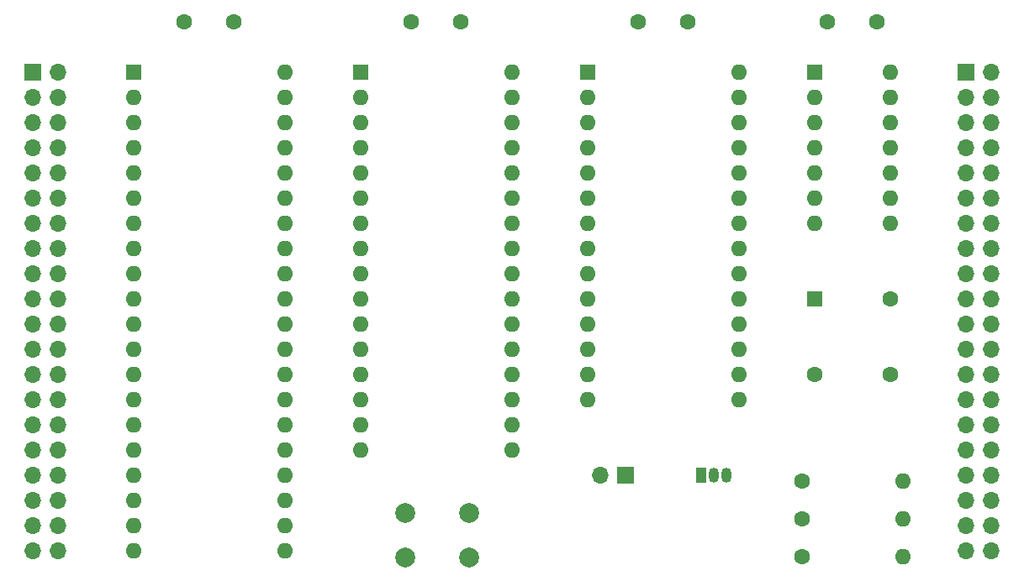
<source format=gbr>
%TF.GenerationSoftware,KiCad,Pcbnew,5.1.9-73d0e3b20d~88~ubuntu20.04.1*%
%TF.CreationDate,2021-01-16T15:58:39+00:00*%
%TF.ProjectId,main-board,6d61696e-2d62-46f6-9172-642e6b696361,rev?*%
%TF.SameCoordinates,Original*%
%TF.FileFunction,Soldermask,Top*%
%TF.FilePolarity,Negative*%
%FSLAX46Y46*%
G04 Gerber Fmt 4.6, Leading zero omitted, Abs format (unit mm)*
G04 Created by KiCad (PCBNEW 5.1.9-73d0e3b20d~88~ubuntu20.04.1) date 2021-01-16 15:58:39*
%MOMM*%
%LPD*%
G01*
G04 APERTURE LIST*
%ADD10O,1.600000X1.600000*%
%ADD11R,1.600000X1.600000*%
%ADD12C,1.600000*%
%ADD13O,1.700000X1.700000*%
%ADD14R,1.700000X1.700000*%
%ADD15R,1.050000X1.500000*%
%ADD16O,1.050000X1.500000*%
%ADD17C,2.000000*%
G04 APERTURE END LIST*
D10*
%TO.C,U3*%
X142240000Y-34290000D03*
X127000000Y-67310000D03*
X142240000Y-36830000D03*
X127000000Y-64770000D03*
X142240000Y-39370000D03*
X127000000Y-62230000D03*
X142240000Y-41910000D03*
X127000000Y-59690000D03*
X142240000Y-44450000D03*
X127000000Y-57150000D03*
X142240000Y-46990000D03*
X127000000Y-54610000D03*
X142240000Y-49530000D03*
X127000000Y-52070000D03*
X142240000Y-52070000D03*
X127000000Y-49530000D03*
X142240000Y-54610000D03*
X127000000Y-46990000D03*
X142240000Y-57150000D03*
X127000000Y-44450000D03*
X142240000Y-59690000D03*
X127000000Y-41910000D03*
X142240000Y-62230000D03*
X127000000Y-39370000D03*
X142240000Y-64770000D03*
X127000000Y-36830000D03*
X142240000Y-67310000D03*
D11*
X127000000Y-34290000D03*
%TD*%
D10*
%TO.C,U2*%
X119380000Y-34290000D03*
X104140000Y-72390000D03*
X119380000Y-36830000D03*
X104140000Y-69850000D03*
X119380000Y-39370000D03*
X104140000Y-67310000D03*
X119380000Y-41910000D03*
X104140000Y-64770000D03*
X119380000Y-44450000D03*
X104140000Y-62230000D03*
X119380000Y-46990000D03*
X104140000Y-59690000D03*
X119380000Y-49530000D03*
X104140000Y-57150000D03*
X119380000Y-52070000D03*
X104140000Y-54610000D03*
X119380000Y-54610000D03*
X104140000Y-52070000D03*
X119380000Y-57150000D03*
X104140000Y-49530000D03*
X119380000Y-59690000D03*
X104140000Y-46990000D03*
X119380000Y-62230000D03*
X104140000Y-44450000D03*
X119380000Y-64770000D03*
X104140000Y-41910000D03*
X119380000Y-67310000D03*
X104140000Y-39370000D03*
X119380000Y-69850000D03*
X104140000Y-36830000D03*
X119380000Y-72390000D03*
D11*
X104140000Y-34290000D03*
%TD*%
D10*
%TO.C,U4*%
X157480000Y-34290000D03*
X149860000Y-49530000D03*
X157480000Y-36830000D03*
X149860000Y-46990000D03*
X157480000Y-39370000D03*
X149860000Y-44450000D03*
X157480000Y-41910000D03*
X149860000Y-41910000D03*
X157480000Y-44450000D03*
X149860000Y-39370000D03*
X157480000Y-46990000D03*
X149860000Y-36830000D03*
X157480000Y-49530000D03*
D11*
X149860000Y-34290000D03*
%TD*%
D10*
%TO.C,R3*%
X158750000Y-83185000D03*
D12*
X148590000Y-83185000D03*
%TD*%
D10*
%TO.C,R1*%
X158750000Y-75565000D03*
D12*
X148590000Y-75565000D03*
%TD*%
%TO.C,C4*%
X156130000Y-29210000D03*
X151130000Y-29210000D03*
%TD*%
%TO.C,C3*%
X137080000Y-29210000D03*
X132080000Y-29210000D03*
%TD*%
%TO.C,C2*%
X114220000Y-29210000D03*
X109220000Y-29210000D03*
%TD*%
%TO.C,C1*%
X91360000Y-29210000D03*
X86360000Y-29210000D03*
%TD*%
D13*
%TO.C,J2*%
X167640000Y-82550000D03*
X165100000Y-82550000D03*
X167640000Y-80010000D03*
X165100000Y-80010000D03*
X167640000Y-77470000D03*
X165100000Y-77470000D03*
X167640000Y-74930000D03*
X165100000Y-74930000D03*
X167640000Y-72390000D03*
X165100000Y-72390000D03*
X167640000Y-69850000D03*
X165100000Y-69850000D03*
X167640000Y-67310000D03*
X165100000Y-67310000D03*
X167640000Y-64770000D03*
X165100000Y-64770000D03*
X167640000Y-62230000D03*
X165100000Y-62230000D03*
X167640000Y-59690000D03*
X165100000Y-59690000D03*
X167640000Y-57150000D03*
X165100000Y-57150000D03*
X167640000Y-54610000D03*
X165100000Y-54610000D03*
X167640000Y-52070000D03*
X165100000Y-52070000D03*
X167640000Y-49530000D03*
X165100000Y-49530000D03*
X167640000Y-46990000D03*
X165100000Y-46990000D03*
X167640000Y-44450000D03*
X165100000Y-44450000D03*
X167640000Y-41910000D03*
X165100000Y-41910000D03*
X167640000Y-39370000D03*
X165100000Y-39370000D03*
X167640000Y-36830000D03*
X165100000Y-36830000D03*
X167640000Y-34290000D03*
D14*
X165100000Y-34290000D03*
%TD*%
D12*
%TO.C,X1*%
X149860000Y-64770000D03*
X157480000Y-64770000D03*
X157480000Y-57150000D03*
D11*
X149860000Y-57150000D03*
%TD*%
D15*
%TO.C,U6*%
X138430000Y-74930000D03*
D16*
X140970000Y-74930000D03*
X139700000Y-74930000D03*
%TD*%
D17*
%TO.C,SW1*%
X115085000Y-78740000D03*
X115085000Y-83240000D03*
X108585000Y-78740000D03*
X108585000Y-83240000D03*
%TD*%
D10*
%TO.C,R2*%
X158750000Y-79375000D03*
D12*
X148590000Y-79375000D03*
%TD*%
D14*
%TO.C,JP1*%
X130810000Y-74930000D03*
D13*
X128270000Y-74930000D03*
%TD*%
D10*
%TO.C,U1*%
X96520000Y-34290000D03*
X81280000Y-82550000D03*
X96520000Y-36830000D03*
X81280000Y-80010000D03*
X96520000Y-39370000D03*
X81280000Y-77470000D03*
X96520000Y-41910000D03*
X81280000Y-74930000D03*
X96520000Y-44450000D03*
X81280000Y-72390000D03*
X96520000Y-46990000D03*
X81280000Y-69850000D03*
X96520000Y-49530000D03*
X81280000Y-67310000D03*
X96520000Y-52070000D03*
X81280000Y-64770000D03*
X96520000Y-54610000D03*
X81280000Y-62230000D03*
X96520000Y-57150000D03*
X81280000Y-59690000D03*
X96520000Y-59690000D03*
X81280000Y-57150000D03*
X96520000Y-62230000D03*
X81280000Y-54610000D03*
X96520000Y-64770000D03*
X81280000Y-52070000D03*
X96520000Y-67310000D03*
X81280000Y-49530000D03*
X96520000Y-69850000D03*
X81280000Y-46990000D03*
X96520000Y-72390000D03*
X81280000Y-44450000D03*
X96520000Y-74930000D03*
X81280000Y-41910000D03*
X96520000Y-77470000D03*
X81280000Y-39370000D03*
X96520000Y-80010000D03*
X81280000Y-36830000D03*
X96520000Y-82550000D03*
D11*
X81280000Y-34290000D03*
%TD*%
D14*
%TO.C,J1*%
X71120000Y-34290000D03*
D13*
X73660000Y-34290000D03*
X71120000Y-36830000D03*
X73660000Y-36830000D03*
X71120000Y-39370000D03*
X73660000Y-39370000D03*
X71120000Y-41910000D03*
X73660000Y-41910000D03*
X71120000Y-44450000D03*
X73660000Y-44450000D03*
X71120000Y-46990000D03*
X73660000Y-46990000D03*
X71120000Y-49530000D03*
X73660000Y-49530000D03*
X71120000Y-52070000D03*
X73660000Y-52070000D03*
X71120000Y-54610000D03*
X73660000Y-54610000D03*
X71120000Y-57150000D03*
X73660000Y-57150000D03*
X71120000Y-59690000D03*
X73660000Y-59690000D03*
X71120000Y-62230000D03*
X73660000Y-62230000D03*
X71120000Y-64770000D03*
X73660000Y-64770000D03*
X71120000Y-67310000D03*
X73660000Y-67310000D03*
X71120000Y-69850000D03*
X73660000Y-69850000D03*
X71120000Y-72390000D03*
X73660000Y-72390000D03*
X71120000Y-74930000D03*
X73660000Y-74930000D03*
X71120000Y-77470000D03*
X73660000Y-77470000D03*
X71120000Y-80010000D03*
X73660000Y-80010000D03*
X71120000Y-82550000D03*
X73660000Y-82550000D03*
%TD*%
M02*

</source>
